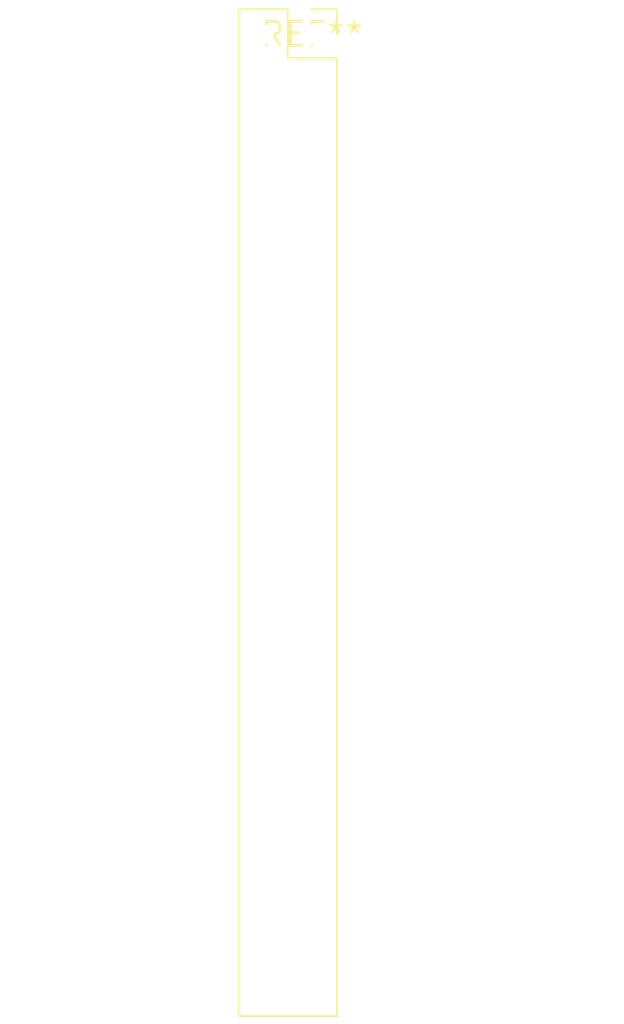
<source format=kicad_pcb>
(kicad_pcb (version 20240108) (generator pcbnew)
  (layers (0 "F.Cu" signal) (31 "B.Cu" signal) (34 "B.Paste" user) (35 "F.Paste" user) (36 "B.SilkS" user "B.Silkscreen") (37 "F.SilkS" user "F.Silkscreen") (38 "B.Mask" user) (39 "F.Mask" user) (44 "Edge.Cuts" user))
  (net 0 "")
  (footprint "PinSocket_2x21_P2.54mm_Vertical" (layer "F.Cu") (at 0 0)
    (property "Reference" "REF**")
    (property "Value" "PinSocket_2x21_P2.54mm_Vertical")
    (fp_line (start -3.87 -1.33) (end -3.87 52.13) (layer "F.SilkS") (stroke (width 0.12)))
    (fp_line (start -3.87 -1.33) (end -1.27 -1.33) (layer "F.SilkS") (stroke (width 0.12)))
    (fp_line (start -3.87 52.13) (end 1.33 52.13) (layer "F.SilkS") (stroke (width 0.12)))
    (fp_line (start -1.27 -1.33) (end -1.27 1.27) (layer "F.SilkS") (stroke (width 0.12)))
    (fp_line (start -1.27 1.27) (end 1.33 1.27) (layer "F.SilkS") (stroke (width 0.12)))
    (fp_line (start 0 -1.33) (end 1.33 -1.33) (layer "F.SilkS") (stroke (width 0.12)))
    (fp_line (start 1.33 -1.33) (end 1.33 0) (layer "F.SilkS") (stroke (width 0.12)))
    (fp_line (start 1.33 1.27) (end 1.33 52.13) (layer "F.SilkS") (stroke (width 0.12)))
    (pad "1" thru_hole rect (at 0 0) (size 1.7 1.7) (drill 1) (layers *.Cu *.Mask) (remove_unused_layers))
    (pad "2" thru_hole oval (at -2.54 0) (size 1.7 1.7) (drill 1) (layers *.Cu *.Mask) (remove_unused_layers))
    (pad "3" thru_hole oval (at 0 2.54) (size 1.7 1.7) (drill 1) (layers *.Cu *.Mask) (remove_unused_layers))
    (pad "4" thru_hole oval (at -2.54 2.54) (size 1.7 1.7) (drill 1) (layers *.Cu *.Mask) (remove_unused_layers))
    (pad "5" thru_hole oval (at 0 5.08) (size 1.7 1.7) (drill 1) (layers *.Cu *.Mask) (remove_unused_layers))
    (pad "6" thru_hole oval (at -2.54 5.08) (size 1.7 1.7) (drill 1) (layers *.Cu *.Mask) (remove_unused_layers))
    (pad "7" thru_hole oval (at 0 7.62) (size 1.7 1.7) (drill 1) (layers *.Cu *.Mask) (remove_unused_layers))
    (pad "8" thru_hole oval (at -2.54 7.62) (size 1.7 1.7) (drill 1) (layers *.Cu *.Mask) (remove_unused_layers))
    (pad "9" thru_hole oval (at 0 10.16) (size 1.7 1.7) (drill 1) (layers *.Cu *.Mask) (remove_unused_layers))
    (pad "10" thru_hole oval (at -2.54 10.16) (size 1.7 1.7) (drill 1) (layers *.Cu *.Mask) (remove_unused_layers))
    (pad "11" thru_hole oval (at 0 12.7) (size 1.7 1.7) (drill 1) (layers *.Cu *.Mask) (remove_unused_layers))
    (pad "12" thru_hole oval (at -2.54 12.7) (size 1.7 1.7) (drill 1) (layers *.Cu *.Mask) (remove_unused_layers))
    (pad "13" thru_hole oval (at 0 15.24) (size 1.7 1.7) (drill 1) (layers *.Cu *.Mask) (remove_unused_layers))
    (pad "14" thru_hole oval (at -2.54 15.24) (size 1.7 1.7) (drill 1) (layers *.Cu *.Mask) (remove_unused_layers))
    (pad "15" thru_hole oval (at 0 17.78) (size 1.7 1.7) (drill 1) (layers *.Cu *.Mask) (remove_unused_layers))
    (pad "16" thru_hole oval (at -2.54 17.78) (size 1.7 1.7) (drill 1) (layers *.Cu *.Mask) (remove_unused_layers))
    (pad "17" thru_hole oval (at 0 20.32) (size 1.7 1.7) (drill 1) (layers *.Cu *.Mask) (remove_unused_layers))
    (pad "18" thru_hole oval (at -2.54 20.32) (size 1.7 1.7) (drill 1) (layers *.Cu *.Mask) (remove_unused_layers))
    (pad "19" thru_hole oval (at 0 22.86) (size 1.7 1.7) (drill 1) (layers *.Cu *.Mask) (remove_unused_layers))
    (pad "20" thru_hole oval (at -2.54 22.86) (size 1.7 1.7) (drill 1) (layers *.Cu *.Mask) (remove_unused_layers))
    (pad "21" thru_hole oval (at 0 25.4) (size 1.7 1.7) (drill 1) (layers *.Cu *.Mask) (remove_unused_layers))
    (pad "22" thru_hole oval (at -2.54 25.4) (size 1.7 1.7) (drill 1) (layers *.Cu *.Mask) (remove_unused_layers))
    (pad "23" thru_hole oval (at 0 27.94) (size 1.7 1.7) (drill 1) (layers *.Cu *.Mask) (remove_unused_layers))
    (pad "24" thru_hole oval (at -2.54 27.94) (size 1.7 1.7) (drill 1) (layers *.Cu *.Mask) (remove_unused_layers))
    (pad "25" thru_hole oval (at 0 30.48) (size 1.7 1.7) (drill 1) (layers *.Cu *.Mask) (remove_unused_layers))
    (pad "26" thru_hole oval (at -2.54 30.48) (size 1.7 1.7) (drill 1) (layers *.Cu *.Mask) (remove_unused_layers))
    (pad "27" thru_hole oval (at 0 33.02) (size 1.7 1.7) (drill 1) (layers *.Cu *.Mask) (remove_unused_layers))
    (pad "28" thru_hole oval (at -2.54 33.02) (size 1.7 1.7) (drill 1) (layers *.Cu *.Mask) (remove_unused_layers))
    (pad "29" thru_hole oval (at 0 35.56) (size 1.7 1.7) (drill 1) (layers *.Cu *.Mask) (remove_unused_layers))
    (pad "30" thru_hole oval (at -2.54 35.56) (size 1.7 1.7) (drill 1) (layers *.Cu *.Mask) (remove_unused_layers))
    (pad "31" thru_hole oval (at 0 38.1) (size 1.7 1.7) (drill 1) (layers *.Cu *.Mask) (remove_unused_layers))
    (pad "32" thru_hole oval (at -2.54 38.1) (size 1.7 1.7) (drill 1) (layers *.Cu *.Mask) (remove_unused_layers))
    (pad "33" thru_hole oval (at 0 40.64) (size 1.7 1.7) (drill 1) (layers *.Cu *.Mask) (remove_unused_layers))
    (pad "34" thru_hole oval (at -2.54 40.64) (size 1.7 1.7) (drill 1) (layers *.Cu *.Mask) (remove_unused_layers))
    (pad "35" thru_hole oval (at 0 43.18) (size 1.7 1.7) (drill 1) (layers *.Cu *.Mask) (remove_unused_layers))
    (pad "36" thru_hole oval (at -2.54 43.18) (size 1.7 1.7) (drill 1) (layers *.Cu *.Mask) (remove_unused_layers))
    (pad "37" thru_hole oval (at 0 45.72) (size 1.7 1.7) (drill 1) (layers *.Cu *.Mask) (remove_unused_layers))
    (pad "38" thru_hole oval (at -2.54 45.72) (size 1.7 1.7) (drill 1) (layers *.Cu *.Mask) (remove_unused_layers))
    (pad "39" thru_hole oval (at 0 48.26) (size 1.7 1.7) (drill 1) (layers *.Cu *.Mask) (remove_unused_layers))
    (pad "40" thru_hole oval (at -2.54 48.26) (size 1.7 1.7) (drill 1) (layers *.Cu *.Mask) (remove_unused_layers))
    (pad "41" thru_hole oval (at 0 50.8) (size 1.7 1.7) (drill 1) (layers *.Cu *.Mask) (remove_unused_layers))
    (pad "42" thru_hole oval (at -2.54 50.8) (size 1.7 1.7) (drill 1) (layers *.Cu *.Mask) (remove_unused_layers))
  )
)
</source>
